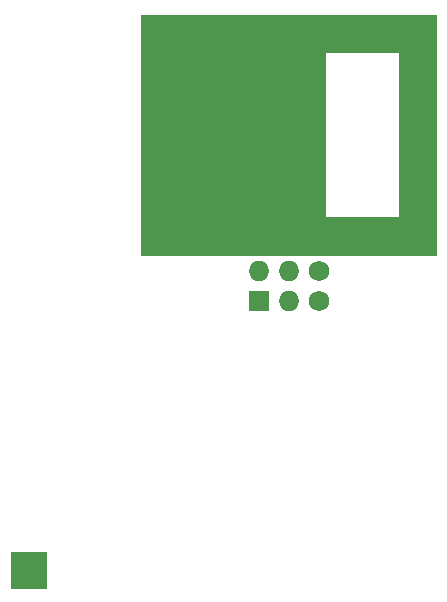
<source format=gbr>
%TF.GenerationSoftware,KiCad,Pcbnew,(6.0.4)*%
%TF.CreationDate,2022-04-09T22:57:31+02:00*%
%TF.ProjectId,diskette,6469736b-6574-4746-952e-6b696361645f,rev?*%
%TF.SameCoordinates,Original*%
%TF.FileFunction,Soldermask,Top*%
%TF.FilePolarity,Negative*%
%FSLAX46Y46*%
G04 Gerber Fmt 4.6, Leading zero omitted, Abs format (unit mm)*
G04 Created by KiCad (PCBNEW (6.0.4)) date 2022-04-09 22:57:31*
%MOMM*%
%LPD*%
G01*
G04 APERTURE LIST*
%ADD10C,0.010000*%
%ADD11O,1.727200X1.727200*%
%ADD12R,1.727200X1.727200*%
%ADD13C,1.727200*%
G04 APERTURE END LIST*
%TO.C,N1*%
G36*
X12509500Y22997833D02*
G01*
X12509500Y2677833D01*
X-12509500Y2677833D01*
X-12509500Y5831667D01*
X3132667Y5831667D01*
X9355667Y5831667D01*
X9355667Y19865167D01*
X3132667Y19865167D01*
X3132667Y5831667D01*
X-12509500Y5831667D01*
X-12509500Y22997833D01*
X12509500Y22997833D01*
G37*
D10*
X12509500Y22997833D02*
X12509500Y2677833D01*
X-12509500Y2677833D01*
X-12509500Y5831667D01*
X3132667Y5831667D01*
X9355667Y5831667D01*
X9355667Y19865167D01*
X3132667Y19865167D01*
X3132667Y5831667D01*
X-12509500Y5831667D01*
X-12509500Y22997833D01*
X12509500Y22997833D01*
G36*
X-20489333Y-25516167D02*
G01*
X-23516167Y-25516167D01*
X-23516167Y-22489333D01*
X-20489333Y-22489333D01*
X-20489333Y-25516167D01*
G37*
X-20489333Y-25516167D02*
X-23516167Y-25516167D01*
X-23516167Y-22489333D01*
X-20489333Y-22489333D01*
X-20489333Y-25516167D01*
%TD*%
D11*
%TO.C,X1*%
X-2480000Y1250000D03*
D12*
X-2480000Y-1290000D03*
D11*
X60000Y1250000D03*
X60000Y-1290000D03*
D13*
X2600000Y1250000D03*
X2600000Y-1290000D03*
%TD*%
M02*

</source>
